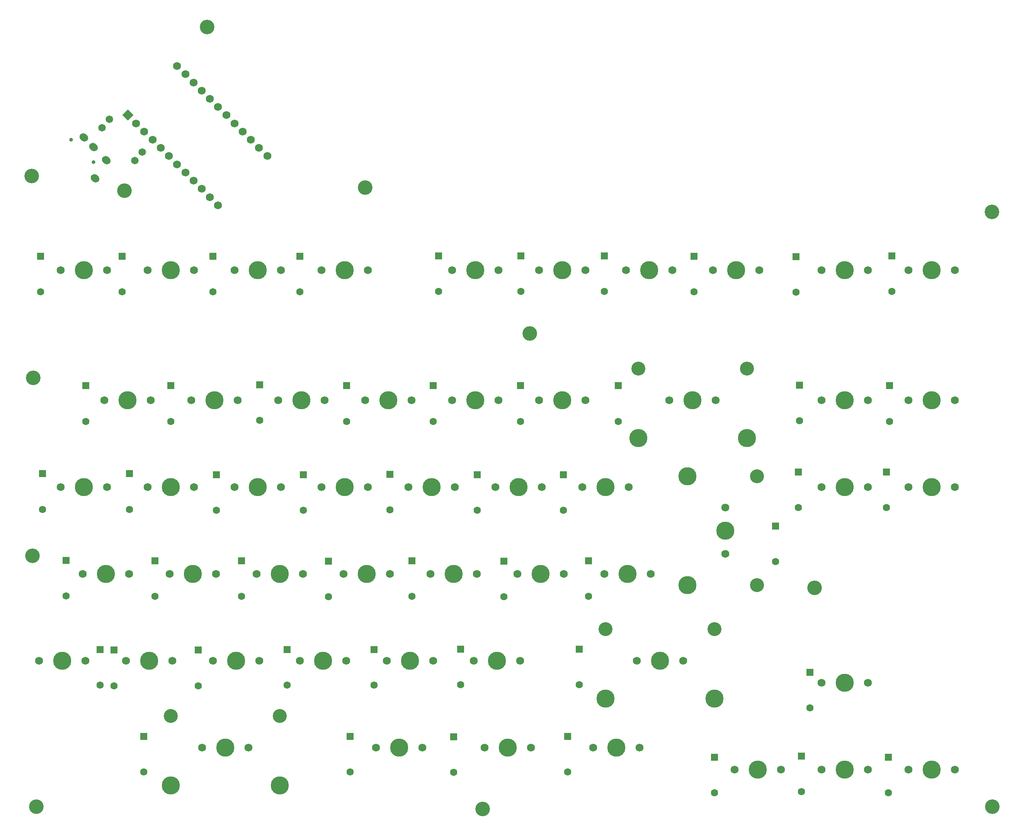
<source format=gts>
G04 #@! TF.GenerationSoftware,KiCad,Pcbnew,7.0.9-1.fc39*
G04 #@! TF.CreationDate,2024-01-02T19:26:35+02:00*
G04 #@! TF.ProjectId,SplitHside5,53706c69-7448-4736-9964-65352e6b6963,rev?*
G04 #@! TF.SameCoordinates,Original*
G04 #@! TF.FileFunction,Soldermask,Top*
G04 #@! TF.FilePolarity,Negative*
%FSLAX46Y46*%
G04 Gerber Fmt 4.6, Leading zero omitted, Abs format (unit mm)*
G04 Created by KiCad (PCBNEW 7.0.9-1.fc39) date 2024-01-02 19:26:35*
%MOMM*%
%LPD*%
G01*
G04 APERTURE LIST*
G04 Aperture macros list*
%AMHorizOval*
0 Thick line with rounded ends*
0 $1 width*
0 $2 $3 position (X,Y) of the first rounded end (center of the circle)*
0 $4 $5 position (X,Y) of the second rounded end (center of the circle)*
0 Add line between two ends*
20,1,$1,$2,$3,$4,$5,0*
0 Add two circle primitives to create the rounded ends*
1,1,$1,$2,$3*
1,1,$1,$4,$5*%
%AMRotRect*
0 Rectangle, with rotation*
0 The origin of the aperture is its center*
0 $1 length*
0 $2 width*
0 $3 Rotation angle, in degrees counterclockwise*
0 Add horizontal line*
21,1,$1,$2,0,0,$3*%
G04 Aperture macros list end*
%ADD10C,1.750000*%
%ADD11C,3.987800*%
%ADD12RotRect,1.752600X1.752600X315.000000*%
%ADD13C,1.752600*%
%ADD14C,0.800000*%
%ADD15HorizOval,1.600000X-0.141421X0.141421X0.141421X-0.141421X0*%
%ADD16R,1.600000X1.600000*%
%ADD17C,1.600000*%
%ADD18C,3.048000*%
%ADD19C,3.200000*%
%ADD20C,1.651000*%
G04 APERTURE END LIST*
D10*
X108027000Y-80960800D03*
D11*
X113107000Y-80960800D03*
D10*
X118187000Y-80960800D03*
D12*
X65586300Y656563D03*
D13*
X67382351Y-1139488D03*
X69178402Y-2935539D03*
X70974453Y-4731591D03*
X72770504Y-6527642D03*
X74566556Y-8323693D03*
X76362607Y-10119744D03*
X78158658Y-11915796D03*
X79954709Y-13711847D03*
X81750761Y-15507898D03*
X83546812Y-17303949D03*
X85342863Y-19100000D03*
X96119170Y-8323693D03*
X94323119Y-6527642D03*
X92527068Y-4731591D03*
X90731017Y-2935539D03*
X88934966Y-1139488D03*
X87138914Y656563D03*
X85342863Y2452614D03*
X83546812Y4248666D03*
X81750761Y6044717D03*
X79954709Y7840768D03*
X78158658Y9636819D03*
X76362607Y11432870D03*
D14*
X53131371Y-4731371D03*
X58081118Y-9681118D03*
D15*
X58363961Y-13216652D03*
X60838835Y-9186144D03*
X58010408Y-6357716D03*
X55889087Y-4236396D03*
D16*
X46433400Y-30270300D03*
D17*
X46433400Y-38070300D03*
D16*
X56356250Y-58700000D03*
D17*
X56356250Y-66500000D03*
D16*
X46831250Y-78000000D03*
D17*
X46831250Y-85800000D03*
D16*
X52000000Y-97000000D03*
D17*
X52000000Y-104800000D03*
D16*
X62500000Y-116700000D03*
D17*
X62500000Y-124500000D03*
D16*
X75000000Y-58700000D03*
D17*
X75000000Y-66500000D03*
D16*
X65881250Y-78000000D03*
D17*
X65881250Y-85800000D03*
D16*
X71500000Y-97100000D03*
D17*
X71500000Y-104900000D03*
D16*
X81000000Y-116700000D03*
D17*
X81000000Y-124500000D03*
D16*
X84234950Y-30270300D03*
D17*
X84234950Y-38070300D03*
D16*
X94456250Y-58500000D03*
D17*
X94456250Y-66300000D03*
D16*
X85000000Y-78200000D03*
D17*
X85000000Y-86000000D03*
D16*
X90500000Y-97100000D03*
D17*
X90500000Y-104900000D03*
D16*
X100500000Y-116600000D03*
D17*
X100500000Y-124400000D03*
D16*
X103284550Y-30270300D03*
D17*
X103284550Y-38070300D03*
D16*
X113500000Y-58700000D03*
D17*
X113500000Y-66500000D03*
D16*
X103981250Y-78200000D03*
D17*
X103981250Y-86000000D03*
D16*
X109500000Y-97200000D03*
D17*
X109500000Y-105000000D03*
D16*
X119500000Y-116600000D03*
D17*
X119500000Y-124400000D03*
D16*
X133644850Y-30240375D03*
D17*
X133644850Y-38040375D03*
D16*
X132500000Y-58700000D03*
D17*
X132500000Y-66500000D03*
D16*
X123000000Y-78100000D03*
D17*
X123000000Y-85900000D03*
D16*
X127793750Y-97100000D03*
D17*
X127793750Y-104900000D03*
D16*
X138500000Y-116500000D03*
D17*
X138500000Y-124300000D03*
D16*
X151652675Y-30240375D03*
D17*
X151652675Y-38040375D03*
D16*
X151606250Y-58700000D03*
D17*
X151606250Y-66500000D03*
D16*
X142081250Y-78200000D03*
D17*
X142081250Y-86000000D03*
D16*
X148000000Y-97200000D03*
D17*
X148000000Y-105000000D03*
D16*
X164500000Y-116500000D03*
D17*
X164500000Y-124300000D03*
D16*
X169958150Y-30240375D03*
D17*
X169958150Y-38040375D03*
D16*
X173000000Y-58700000D03*
D17*
X173000000Y-66500000D03*
D16*
X161000000Y-78200000D03*
D17*
X161000000Y-86000000D03*
D16*
X166500000Y-97100000D03*
D17*
X166500000Y-104900000D03*
D16*
X215000000Y-121600000D03*
D17*
X215000000Y-129400000D03*
D16*
X189603050Y-30270300D03*
D17*
X189603050Y-38070300D03*
D16*
X207500000Y-89500000D03*
D17*
X207500000Y-97300000D03*
D16*
X212500000Y-77600000D03*
D17*
X212500000Y-85400000D03*
D16*
X211931250Y-30390000D03*
D17*
X211931250Y-38190000D03*
D16*
X212725000Y-58600000D03*
D17*
X212725000Y-66400000D03*
D16*
X231775000Y-77600000D03*
D17*
X231775000Y-85400000D03*
D16*
X233000000Y-30200000D03*
D17*
X233000000Y-38000000D03*
D16*
X232500000Y-58700000D03*
D17*
X232500000Y-66500000D03*
D10*
X50879610Y-33337640D03*
D11*
X55959610Y-33337640D03*
D10*
X61039610Y-33337640D03*
X60404650Y-61912760D03*
D11*
X65484650Y-61912760D03*
D10*
X70564650Y-61912760D03*
X50879610Y-80962840D03*
D11*
X55959610Y-80962840D03*
D10*
X61039610Y-80962840D03*
X55642130Y-100012920D03*
D11*
X60722130Y-100012920D03*
D10*
X65802130Y-100012920D03*
X65167170Y-119063000D03*
D11*
X70247170Y-119063000D03*
D10*
X75327170Y-119063000D03*
X79454730Y-61912500D03*
D11*
X84534730Y-61912500D03*
D10*
X89614730Y-61912500D03*
X69929690Y-80962840D03*
D11*
X75009690Y-80962840D03*
D10*
X80089690Y-80962840D03*
X74692210Y-100012920D03*
D11*
X79772210Y-100012920D03*
D10*
X84852210Y-100012920D03*
X84217250Y-119063000D03*
D11*
X89297250Y-119063000D03*
D10*
X94377250Y-119063000D03*
X88979770Y-33337640D03*
D11*
X94059770Y-33337640D03*
D10*
X99139770Y-33337640D03*
X98504810Y-61912760D03*
D11*
X103584810Y-61912760D03*
D10*
X108664810Y-61912760D03*
X88979770Y-80962840D03*
D11*
X94059770Y-80962840D03*
D10*
X99139770Y-80962840D03*
X93742290Y-100012920D03*
D11*
X98822290Y-100012920D03*
D10*
X103902290Y-100012920D03*
X103267330Y-119063000D03*
D11*
X108347330Y-119063000D03*
D10*
X113427330Y-119063000D03*
X108029850Y-33337640D03*
D11*
X113109850Y-33337640D03*
D10*
X118189850Y-33337640D03*
X117554890Y-61912760D03*
D11*
X122634890Y-61912760D03*
D10*
X127714890Y-61912760D03*
X112792370Y-100012920D03*
D11*
X117872370Y-100012920D03*
D10*
X122952370Y-100012920D03*
X122317410Y-119063000D03*
D11*
X127397410Y-119063000D03*
D10*
X132477410Y-119063000D03*
X136604970Y-33337640D03*
D11*
X141684970Y-33337640D03*
D10*
X146764970Y-33337640D03*
X136604970Y-61912760D03*
D11*
X141684970Y-61912760D03*
D10*
X146764970Y-61912760D03*
X127079930Y-80962840D03*
D11*
X132159930Y-80962840D03*
D10*
X137239930Y-80962840D03*
X131842450Y-100012920D03*
D11*
X136922450Y-100012920D03*
D10*
X142002450Y-100012920D03*
X141367490Y-119063000D03*
D11*
X146447490Y-119063000D03*
D10*
X151527490Y-119063000D03*
X155655050Y-33337640D03*
D11*
X160735050Y-33337640D03*
D10*
X165815050Y-33337640D03*
X155655050Y-61912760D03*
D11*
X160735050Y-61912760D03*
D10*
X165815050Y-61912760D03*
X146130010Y-80962840D03*
D11*
X151210010Y-80962840D03*
D10*
X156290010Y-80962840D03*
X150892530Y-100012920D03*
D11*
X155972530Y-100012920D03*
D10*
X161052530Y-100012920D03*
D18*
X170260140Y-112078000D03*
D11*
X170260140Y-127318000D03*
D10*
X177086390Y-119063000D03*
D11*
X182166390Y-119063000D03*
D10*
X187246390Y-119063000D03*
D18*
X194072640Y-112078000D03*
D11*
X194072640Y-127318000D03*
D10*
X174705130Y-33337640D03*
D11*
X179785130Y-33337640D03*
D10*
X184865130Y-33337640D03*
D18*
X177403920Y-54927760D03*
D11*
X177403920Y-70167760D03*
D10*
X184230170Y-61912760D03*
D11*
X189310170Y-61912760D03*
D10*
X194390170Y-61912760D03*
D18*
X201216420Y-54927760D03*
D11*
X201216420Y-70167760D03*
D10*
X165180090Y-80962840D03*
D11*
X170260090Y-80962840D03*
D10*
X175340090Y-80962840D03*
X169942610Y-100012920D03*
D11*
X175022610Y-100012920D03*
D10*
X180102610Y-100012920D03*
X193755210Y-33337640D03*
D11*
X198835210Y-33337640D03*
D10*
X203915210Y-33337640D03*
X217551000Y-80962840D03*
D11*
X222631000Y-80962840D03*
D10*
X227711000Y-80962840D03*
X217567810Y-33337640D03*
D11*
X222647810Y-33337640D03*
D10*
X227727810Y-33337640D03*
X217567810Y-61912760D03*
D11*
X222647810Y-61912760D03*
D10*
X227727810Y-61912760D03*
X236617890Y-80962840D03*
D11*
X241697890Y-80962840D03*
D10*
X246777890Y-80962840D03*
X236617890Y-61912760D03*
D11*
X241697890Y-61912760D03*
D10*
X246777890Y-61912760D03*
D11*
X188198950Y-78549880D03*
X188198950Y-102425880D03*
D10*
X196453950Y-85407880D03*
D11*
X196453950Y-90487880D03*
D10*
X196453950Y-95567880D03*
D18*
X203438950Y-78549880D03*
X203438950Y-102425880D03*
D16*
X64293750Y-30270300D03*
D17*
X64293750Y-38070300D03*
D10*
X69929690Y-33337640D03*
D11*
X75009690Y-33337640D03*
D10*
X80089690Y-33337640D03*
D16*
X69056540Y-135641820D03*
D17*
X69056540Y-143441820D03*
D16*
X114300480Y-135641820D03*
D17*
X114300480Y-143441820D03*
D16*
X136949899Y-135700000D03*
D17*
X136949899Y-143500000D03*
D16*
X161925680Y-135641820D03*
D17*
X161925680Y-143441820D03*
D16*
X194072690Y-140166230D03*
D17*
X194072690Y-147966230D03*
D16*
X213122770Y-139928120D03*
D17*
X213122770Y-147728120D03*
D16*
X232172850Y-140166230D03*
D17*
X232172850Y-147966230D03*
D10*
X119936150Y-138113080D03*
D11*
X125016150Y-138113080D03*
D10*
X130096150Y-138113080D03*
X167561350Y-138113080D03*
D11*
X172641350Y-138113080D03*
D10*
X177721350Y-138113080D03*
X198517730Y-142875600D03*
D11*
X203597730Y-142875600D03*
D10*
X208677730Y-142875600D03*
X217567810Y-142875600D03*
D11*
X222647810Y-142875600D03*
D10*
X227727810Y-142875600D03*
D18*
X75009740Y-131128080D03*
D11*
X75009740Y-146368080D03*
D10*
X81835990Y-138113080D03*
D11*
X86915990Y-138113080D03*
D10*
X91995990Y-138113080D03*
D18*
X98822240Y-131128080D03*
D11*
X98822240Y-146368080D03*
D10*
X217567810Y-123825520D03*
D11*
X222647810Y-123825520D03*
D10*
X227727810Y-123825520D03*
X143748750Y-138113080D03*
D11*
X148828750Y-138113080D03*
D10*
X153908750Y-138113080D03*
D19*
X216000000Y-103000000D03*
X254900000Y-20600000D03*
X153600000Y-47200000D03*
X44800000Y-56975000D03*
X44700000Y-96000000D03*
X143300000Y-151500000D03*
X255000000Y-151000000D03*
D20*
X68700000Y-7400000D03*
X61515796Y-215796D03*
X59900000Y-2100000D03*
X67084204Y-9284204D03*
D10*
X236611800Y-33337500D03*
D11*
X241691800Y-33337500D03*
D10*
X246771800Y-33337500D03*
X236611800Y-142872000D03*
D11*
X241691800Y-142872000D03*
D10*
X246771800Y-142872000D03*
D19*
X44500000Y-12700000D03*
D10*
X46117170Y-119063000D03*
D11*
X51197170Y-119063000D03*
D10*
X56277170Y-119063000D03*
D16*
X59500000Y-116600001D03*
D17*
X59500000Y-124400001D03*
D19*
X82900000Y20000000D03*
X64800000Y-15900000D03*
X117575000Y-15200000D03*
X45500000Y-151000000D03*
M02*

</source>
